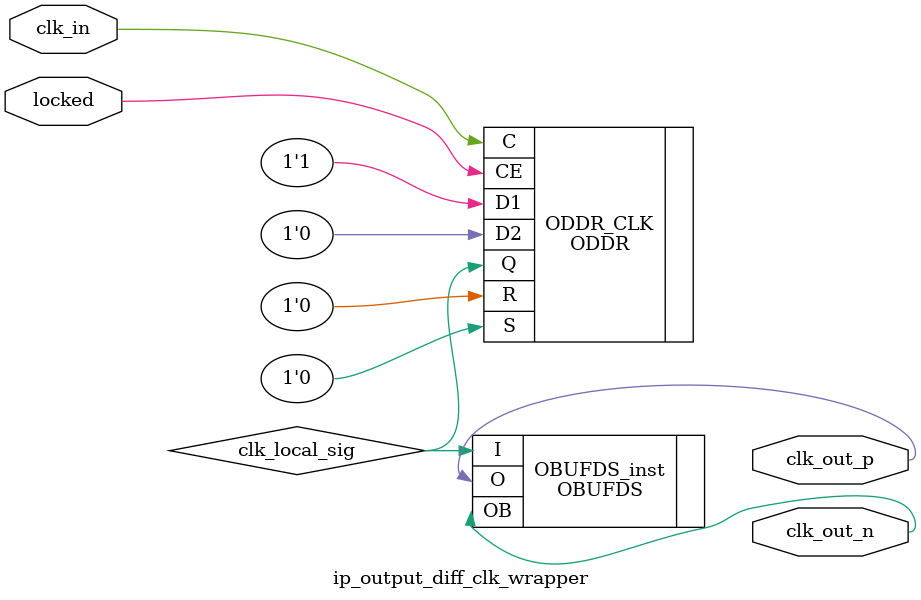
<source format=v>

`resetall
`timescale 1ns/10ps
module ip_output_diff_clk_wrapper( 
   input   wire      clk_in, 
   input   wire      locked,
   output  wire      clk_out_p,
   output  wire      clk_out_n 
);
// Internal Declarations
   wire clk_local_sig;
   ODDR #( //Output DDR Primitive
      .DDR_CLK_EDGE("SAME_EDGE"), // "OPPOSITE_EDGE" or "SAME_EDGE" 
      .INIT(1'b0),    // Initial value of Q: 1'b0 or 1'b1
      .SRTYPE("SYNC") // Set/Reset type: "SYNC" or "ASYNC" 
   )ODDR_CLK(
      .Q(clk_local_sig),  // 1-bit DDR output
      .C(clk_in),   // 1-bit clock input
      .CE(locked), // 1-bit clock enable input
      .D1(1'b1), // 1-bit data input (positive edge)
      .D2(1'b0), // 1-bit data input (negative edge) // it was 1'b0
      .R(1'b0),  // 1-bit reset
      .S(1'b0)   // 1-bit set
   );

   OBUFDS OBUFDS_inst (
      .O(clk_out_p),     // Diff_p output (connect directly to top-level port)
      .OB(clk_out_n),   // Diff_n output (connect directly to top-level port)
      .I(clk_local_sig)      // Buffer input
    );
endmodule	
</source>
